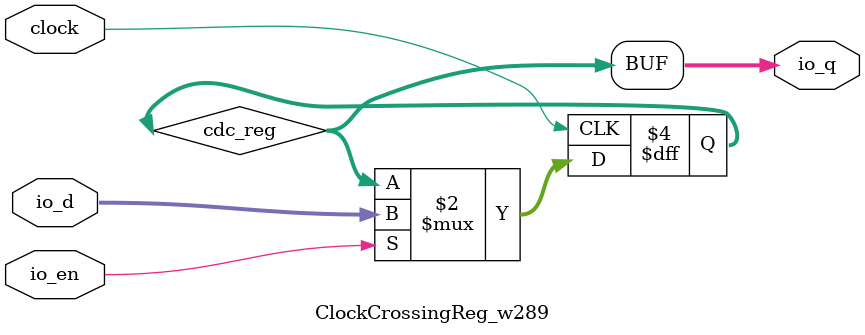
<source format=sv>
`ifndef RANDOMIZE
  `ifdef RANDOMIZE_MEM_INIT
    `define RANDOMIZE
  `endif // RANDOMIZE_MEM_INIT
`endif // not def RANDOMIZE
`ifndef RANDOMIZE
  `ifdef RANDOMIZE_REG_INIT
    `define RANDOMIZE
  `endif // RANDOMIZE_REG_INIT
`endif // not def RANDOMIZE

`ifndef RANDOM
  `define RANDOM $random
`endif // not def RANDOM

// Users can define INIT_RANDOM as general code that gets injected into the
// initializer block for modules with registers.
`ifndef INIT_RANDOM
  `define INIT_RANDOM
`endif // not def INIT_RANDOM

// If using random initialization, you can also define RANDOMIZE_DELAY to
// customize the delay used, otherwise 0.002 is used.
`ifndef RANDOMIZE_DELAY
  `define RANDOMIZE_DELAY 0.002
`endif // not def RANDOMIZE_DELAY

// Define INIT_RANDOM_PROLOG_ for use in our modules below.
`ifndef INIT_RANDOM_PROLOG_
  `ifdef RANDOMIZE
    `ifdef VERILATOR
      `define INIT_RANDOM_PROLOG_ `INIT_RANDOM
    `else  // VERILATOR
      `define INIT_RANDOM_PROLOG_ `INIT_RANDOM #`RANDOMIZE_DELAY begin end
    `endif // VERILATOR
  `else  // RANDOMIZE
    `define INIT_RANDOM_PROLOG_
  `endif // RANDOMIZE
`endif // not def INIT_RANDOM_PROLOG_

// Include register initializers in init blocks unless synthesis is set
`ifndef SYNTHESIS
  `ifndef ENABLE_INITIAL_REG_
    `define ENABLE_INITIAL_REG_
  `endif // not def ENABLE_INITIAL_REG_
`endif // not def SYNTHESIS

// Include rmemory initializers in init blocks unless synthesis is set
`ifndef SYNTHESIS
  `ifndef ENABLE_INITIAL_MEM_
    `define ENABLE_INITIAL_MEM_
  `endif // not def ENABLE_INITIAL_MEM_
`endif // not def SYNTHESIS

// Standard header to adapt well known macros for prints and assertions.

// Users can define 'PRINTF_COND' to add an extra gate to prints.
`ifndef PRINTF_COND_
  `ifdef PRINTF_COND
    `define PRINTF_COND_ (`PRINTF_COND)
  `else  // PRINTF_COND
    `define PRINTF_COND_ 1
  `endif // PRINTF_COND
`endif // not def PRINTF_COND_

// Users can define 'ASSERT_VERBOSE_COND' to add an extra gate to assert error printing.
`ifndef ASSERT_VERBOSE_COND_
  `ifdef ASSERT_VERBOSE_COND
    `define ASSERT_VERBOSE_COND_ (`ASSERT_VERBOSE_COND)
  `else  // ASSERT_VERBOSE_COND
    `define ASSERT_VERBOSE_COND_ 1
  `endif // ASSERT_VERBOSE_COND
`endif // not def ASSERT_VERBOSE_COND_

// Users can define 'STOP_COND' to add an extra gate to stop conditions.
`ifndef STOP_COND_
  `ifdef STOP_COND
    `define STOP_COND_ (`STOP_COND)
  `else  // STOP_COND
    `define STOP_COND_ 1
  `endif // STOP_COND
`endif // not def STOP_COND_

module ClockCrossingReg_w289(
  input          clock,
  input  [288:0] io_d,	// @[generators/rocket-chip/src/main/scala/util/SynchronizerReg.scala:195:14]
  output [288:0] io_q,	// @[generators/rocket-chip/src/main/scala/util/SynchronizerReg.scala:195:14]
  input          io_en	// @[generators/rocket-chip/src/main/scala/util/SynchronizerReg.scala:195:14]
);

  reg [288:0] cdc_reg;	// @[generators/rocket-chip/src/main/scala/util/SynchronizerReg.scala:201:76]
  always @(posedge clock) begin
    if (io_en)	// @[generators/rocket-chip/src/main/scala/util/SynchronizerReg.scala:195:14]
      cdc_reg <= io_d;	// @[generators/rocket-chip/src/main/scala/util/SynchronizerReg.scala:201:76]
  end // always @(posedge)
  `ifdef ENABLE_INITIAL_REG_
    `ifdef FIRRTL_BEFORE_INITIAL
      `FIRRTL_BEFORE_INITIAL
    `endif // FIRRTL_BEFORE_INITIAL
    logic [31:0] _RANDOM[0:9];
    initial begin
      `ifdef INIT_RANDOM_PROLOG_
        `INIT_RANDOM_PROLOG_
      `endif // INIT_RANDOM_PROLOG_
      `ifdef RANDOMIZE_REG_INIT
        for (logic [3:0] i = 4'h0; i < 4'hA; i += 4'h1) begin
          _RANDOM[i] = `RANDOM;
        end
        cdc_reg = {_RANDOM[4'h0], _RANDOM[4'h1], _RANDOM[4'h2], _RANDOM[4'h3], _RANDOM[4'h4], _RANDOM[4'h5], _RANDOM[4'h6], _RANDOM[4'h7], _RANDOM[4'h8], _RANDOM[4'h9][0]};	// @[generators/rocket-chip/src/main/scala/util/SynchronizerReg.scala:201:76]
      `endif // RANDOMIZE_REG_INIT
    end // initial
    `ifdef FIRRTL_AFTER_INITIAL
      `FIRRTL_AFTER_INITIAL
    `endif // FIRRTL_AFTER_INITIAL
  `endif // ENABLE_INITIAL_REG_
  assign io_q = cdc_reg;	// @[generators/rocket-chip/src/main/scala/util/SynchronizerReg.scala:201:76]
endmodule


</source>
